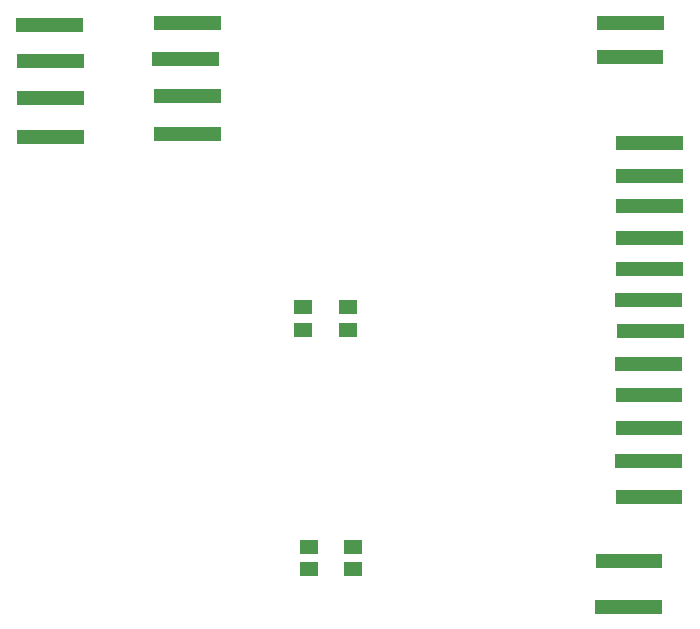
<source format=gbr>
G04 #@! TF.FileFunction,Paste,Top*
%FSLAX46Y46*%
G04 Gerber Fmt 4.6, Leading zero omitted, Abs format (unit mm)*
G04 Created by KiCad (PCBNEW 4.0.6) date 05/08/17 07:17:45*
%MOMM*%
%LPD*%
G01*
G04 APERTURE LIST*
%ADD10C,0.100000*%
%ADD11R,1.500000X1.300000*%
%ADD12C,1.100000*%
%ADD13R,0.635000X1.270000*%
G04 APERTURE END LIST*
D10*
D11*
X115471300Y-104449900D03*
X115471300Y-106349900D03*
D12*
X145062300Y-90490100D03*
D13*
X145443300Y-90490100D03*
X146078300Y-90490100D03*
X144808300Y-90490100D03*
X144173300Y-90490100D03*
X143538300Y-90490100D03*
X146675200Y-90490100D03*
X147272100Y-90490100D03*
X142916000Y-90490100D03*
X142293700Y-90490100D03*
D12*
X143452700Y-80411500D03*
D13*
X143833700Y-80411500D03*
X144468700Y-80411500D03*
X143198700Y-80411500D03*
X142563700Y-80411500D03*
X141928700Y-80411500D03*
X145065600Y-80411500D03*
X145662500Y-80411500D03*
X141306400Y-80411500D03*
X140684100Y-80411500D03*
D12*
X145138500Y-106466700D03*
D13*
X145519500Y-106466700D03*
X146154500Y-106466700D03*
X144884500Y-106466700D03*
X144249500Y-106466700D03*
X143614500Y-106466700D03*
X146751400Y-106466700D03*
X147348300Y-106466700D03*
X142992200Y-106466700D03*
X142369900Y-106466700D03*
D12*
X145011500Y-109235300D03*
D13*
X145392500Y-109235300D03*
X146027500Y-109235300D03*
X144757500Y-109235300D03*
X144122500Y-109235300D03*
X143487500Y-109235300D03*
X146624400Y-109235300D03*
X147221300Y-109235300D03*
X142865200Y-109235300D03*
X142242900Y-109235300D03*
D12*
X145062300Y-95900300D03*
D13*
X145443300Y-95900300D03*
X146078300Y-95900300D03*
X144808300Y-95900300D03*
X144173300Y-95900300D03*
X143538300Y-95900300D03*
X146675200Y-95900300D03*
X147272100Y-95900300D03*
X142916000Y-95900300D03*
X142293700Y-95900300D03*
D12*
X145036900Y-120512900D03*
D13*
X145417900Y-120512900D03*
X146052900Y-120512900D03*
X144782900Y-120512900D03*
X144147900Y-120512900D03*
X143512900Y-120512900D03*
X146649800Y-120512900D03*
X147246700Y-120512900D03*
X142890600Y-120512900D03*
X142268300Y-120512900D03*
D12*
X145011500Y-103799700D03*
D13*
X145392500Y-103799700D03*
X146027500Y-103799700D03*
X144757500Y-103799700D03*
X144122500Y-103799700D03*
X143487500Y-103799700D03*
X146624400Y-103799700D03*
X147221300Y-103799700D03*
X142865200Y-103799700D03*
X142242900Y-103799700D03*
D12*
X145036900Y-111902300D03*
D13*
X145417900Y-111902300D03*
X146052900Y-111902300D03*
X144782900Y-111902300D03*
X144147900Y-111902300D03*
X143512900Y-111902300D03*
X146649800Y-111902300D03*
X147246700Y-111902300D03*
X142890600Y-111902300D03*
X142268300Y-111902300D03*
D12*
X145036900Y-114696300D03*
D13*
X145417900Y-114696300D03*
X146052900Y-114696300D03*
X144782900Y-114696300D03*
X144147900Y-114696300D03*
X143512900Y-114696300D03*
X146649800Y-114696300D03*
X147246700Y-114696300D03*
X142890600Y-114696300D03*
X142268300Y-114696300D03*
D12*
X145062300Y-98592700D03*
D13*
X145443300Y-98592700D03*
X146078300Y-98592700D03*
X144808300Y-98592700D03*
X144173300Y-98592700D03*
X143538300Y-98592700D03*
X146675200Y-98592700D03*
X147272100Y-98592700D03*
X142916000Y-98592700D03*
X142293700Y-98592700D03*
D12*
X143308700Y-129776100D03*
D13*
X143689700Y-129776100D03*
X144324700Y-129776100D03*
X143054700Y-129776100D03*
X142419700Y-129776100D03*
X141784700Y-129776100D03*
X144921600Y-129776100D03*
X145518500Y-129776100D03*
X141162400Y-129776100D03*
X140540100Y-129776100D03*
D12*
X143351700Y-125931900D03*
D13*
X143732700Y-125931900D03*
X144367700Y-125931900D03*
X143097700Y-125931900D03*
X142462700Y-125931900D03*
X141827700Y-125931900D03*
X144964600Y-125931900D03*
X145561500Y-125931900D03*
X141205400Y-125931900D03*
X140583100Y-125931900D03*
D12*
X145087700Y-93309500D03*
D13*
X145468700Y-93309500D03*
X146103700Y-93309500D03*
X144833700Y-93309500D03*
X144198700Y-93309500D03*
X143563700Y-93309500D03*
X146700600Y-93309500D03*
X147297500Y-93309500D03*
X142941400Y-93309500D03*
X142319100Y-93309500D03*
D11*
X119281300Y-106324500D03*
X119281300Y-104424500D03*
D12*
X143426900Y-83259900D03*
D13*
X143807900Y-83259900D03*
X144442900Y-83259900D03*
X143172900Y-83259900D03*
X142537900Y-83259900D03*
X141902900Y-83259900D03*
X145039800Y-83259900D03*
X145636700Y-83259900D03*
X141280600Y-83259900D03*
X140658300Y-83259900D03*
D12*
X145011500Y-117490300D03*
D13*
X145392500Y-117490300D03*
X146027500Y-117490300D03*
X144757500Y-117490300D03*
X144122500Y-117490300D03*
X143487500Y-117490300D03*
X146624400Y-117490300D03*
X147221300Y-117490300D03*
X142865200Y-117490300D03*
X142242900Y-117490300D03*
D12*
X145087700Y-101158100D03*
D13*
X145468700Y-101158100D03*
X146103700Y-101158100D03*
X144833700Y-101158100D03*
X144198700Y-101158100D03*
X143563700Y-101158100D03*
X146700600Y-101158100D03*
X147297500Y-101158100D03*
X142941400Y-101158100D03*
X142319100Y-101158100D03*
D11*
X119741100Y-124714900D03*
X119741100Y-126614900D03*
X116019500Y-124722300D03*
X116019500Y-126622300D03*
D12*
X105812100Y-83378900D03*
D13*
X106193100Y-83378900D03*
X106828100Y-83378900D03*
X105558100Y-83378900D03*
X104923100Y-83378900D03*
X104288100Y-83378900D03*
X107425000Y-83378900D03*
X108021900Y-83378900D03*
X103665800Y-83378900D03*
X103043500Y-83378900D03*
D12*
X105967100Y-80342900D03*
D13*
X106348100Y-80342900D03*
X106983100Y-80342900D03*
X105713100Y-80342900D03*
X105078100Y-80342900D03*
X104443100Y-80342900D03*
X107580000Y-80342900D03*
X108176900Y-80342900D03*
X103820800Y-80342900D03*
X103198500Y-80342900D03*
D12*
X94338100Y-86737900D03*
D13*
X94719100Y-86737900D03*
X95354100Y-86737900D03*
X94084100Y-86737900D03*
X93449100Y-86737900D03*
X92814100Y-86737900D03*
X95951000Y-86737900D03*
X96547900Y-86737900D03*
X92191800Y-86737900D03*
X91569500Y-86737900D03*
D12*
X94371100Y-90044900D03*
D13*
X94752100Y-90044900D03*
X95387100Y-90044900D03*
X94117100Y-90044900D03*
X93482100Y-90044900D03*
X92847100Y-90044900D03*
X95984000Y-90044900D03*
X96580900Y-90044900D03*
X92224800Y-90044900D03*
X91602500Y-90044900D03*
D12*
X105967100Y-86521900D03*
D13*
X106348100Y-86521900D03*
X106983100Y-86521900D03*
X105713100Y-86521900D03*
X105078100Y-86521900D03*
X104443100Y-86521900D03*
X107580000Y-86521900D03*
X108176900Y-86521900D03*
X103820800Y-86521900D03*
X103198500Y-86521900D03*
D12*
X94313100Y-80550900D03*
D13*
X94694100Y-80550900D03*
X95329100Y-80550900D03*
X94059100Y-80550900D03*
X93424100Y-80550900D03*
X92789100Y-80550900D03*
X95926000Y-80550900D03*
X96522900Y-80550900D03*
X92166800Y-80550900D03*
X91544500Y-80550900D03*
D12*
X94363100Y-83584900D03*
D13*
X94744100Y-83584900D03*
X95379100Y-83584900D03*
X94109100Y-83584900D03*
X93474100Y-83584900D03*
X92839100Y-83584900D03*
X95976000Y-83584900D03*
X96572900Y-83584900D03*
X92216800Y-83584900D03*
X91594500Y-83584900D03*
D12*
X105966100Y-89744900D03*
D13*
X106347100Y-89744900D03*
X106982100Y-89744900D03*
X105712100Y-89744900D03*
X105077100Y-89744900D03*
X104442100Y-89744900D03*
X107579000Y-89744900D03*
X108175900Y-89744900D03*
X103819800Y-89744900D03*
X103197500Y-89744900D03*
M02*

</source>
